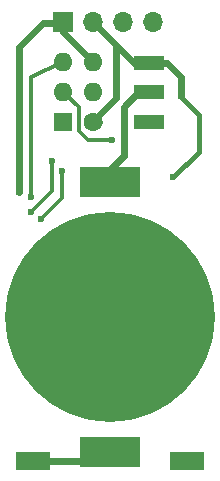
<source format=gbl>
G04 #@! TF.FileFunction,Copper,L2,Bot,Signal*
%FSLAX46Y46*%
G04 Gerber Fmt 4.6, Leading zero omitted, Abs format (unit mm)*
G04 Created by KiCad (PCBNEW 4.0.6) date 05/20/19 12:49:57*
%MOMM*%
%LPD*%
G01*
G04 APERTURE LIST*
%ADD10C,0.100000*%
%ADD11C,17.780000*%
%ADD12R,5.080000X2.540000*%
%ADD13R,3.000000X1.500000*%
%ADD14R,1.600000X1.600000*%
%ADD15C,1.600000*%
%ADD16O,1.600000X1.600000*%
%ADD17R,1.700000X1.700000*%
%ADD18O,1.700000X1.700000*%
%ADD19R,2.500000X1.250000*%
%ADD20C,0.600000*%
%ADD21C,0.609600*%
%ADD22C,0.406400*%
%ADD23C,0.304800*%
G04 APERTURE END LIST*
D10*
D11*
X137180000Y-100600000D03*
D12*
X137180000Y-89170000D03*
X137180000Y-112030000D03*
D13*
X143660000Y-112776000D03*
X130660000Y-112776000D03*
D14*
X133180000Y-84100000D03*
D15*
X135720000Y-84100000D03*
D16*
X133180000Y-81560000D03*
X135720000Y-81560000D03*
X133180000Y-79020000D03*
X135720000Y-79020000D03*
D17*
X133180000Y-75600000D03*
D18*
X135720000Y-75600000D03*
X138260000Y-75600000D03*
X140800000Y-75600000D03*
D19*
X140430000Y-79100000D03*
X140430000Y-81600000D03*
X140430000Y-84100000D03*
D20*
X141097000Y-96901000D03*
X130302000Y-102378000D03*
X129413000Y-90043000D03*
X142494000Y-88789000D03*
X143129000Y-81915000D03*
X143764000Y-112903000D03*
X133096000Y-81661000D03*
X137287000Y-85598000D03*
X135763000Y-81661000D03*
X130429000Y-90424000D03*
X130429000Y-91694000D03*
X132207000Y-87376000D03*
X133096000Y-88265000D03*
X131318000Y-92329000D03*
D21*
X140491000Y-81661000D02*
X140430000Y-81600000D01*
X137180000Y-89170000D02*
X137180000Y-88118000D01*
X137180000Y-88118000D02*
X138303000Y-86995000D01*
X138303000Y-86995000D02*
X138303000Y-82804000D01*
X138303000Y-82804000D02*
X139507000Y-81600000D01*
X139507000Y-81600000D02*
X140430000Y-81600000D01*
X130660000Y-112776000D02*
X136434000Y-112776000D01*
X136434000Y-112776000D02*
X137180000Y-112030000D01*
X137799000Y-112649000D02*
X137180000Y-112030000D01*
X141097000Y-96901000D02*
X137398000Y-100600000D01*
X137398000Y-100600000D02*
X137180000Y-100600000D01*
X130302000Y-102378000D02*
X132080000Y-100600000D01*
X132080000Y-100600000D02*
X137180000Y-100600000D01*
X131445000Y-75692000D02*
X133088000Y-75692000D01*
X129413000Y-77724000D02*
X131445000Y-75692000D01*
X129413000Y-82296000D02*
X129413000Y-77724000D01*
X129413000Y-85598000D02*
X129413000Y-82296000D01*
X129413000Y-90043000D02*
X129413000Y-85598000D01*
X133088000Y-75692000D02*
X133180000Y-75600000D01*
X133180000Y-75600000D02*
X133180000Y-76480000D01*
X133180000Y-76480000D02*
X135720000Y-79020000D01*
D22*
X143129000Y-82010000D02*
X143129000Y-81915000D01*
X144669000Y-83550000D02*
X143129000Y-82010000D01*
X144669000Y-86614000D02*
X144669000Y-83550000D01*
X142494000Y-88789000D02*
X144669000Y-86614000D01*
D21*
X140430000Y-79100000D02*
X141965000Y-79100000D01*
X141965000Y-79100000D02*
X143129000Y-80264000D01*
X143129000Y-80264000D02*
X143129000Y-81915000D01*
X143764000Y-112903000D02*
X143660000Y-112799000D01*
X143660000Y-112799000D02*
X143660000Y-112776000D01*
X135720000Y-84100000D02*
X135720000Y-83990000D01*
X135720000Y-83990000D02*
X137668000Y-82042000D01*
X137668000Y-82042000D02*
X137668000Y-77548000D01*
X140430000Y-79100000D02*
X139220000Y-79100000D01*
X139220000Y-79100000D02*
X137668000Y-77548000D01*
X137668000Y-77548000D02*
X135720000Y-75600000D01*
X135720000Y-84100000D02*
X136245000Y-84100000D01*
D23*
X133096000Y-81661000D02*
X133180000Y-81577000D01*
X133180000Y-81577000D02*
X133180000Y-81560000D01*
X134493000Y-82873000D02*
X133180000Y-81560000D01*
X134493000Y-84836000D02*
X134493000Y-82873000D01*
X135255000Y-85598000D02*
X134493000Y-84836000D01*
X137287000Y-85598000D02*
X135255000Y-85598000D01*
X133197000Y-81560000D02*
X133180000Y-81560000D01*
X135763000Y-81661000D02*
X135720000Y-81618000D01*
X135720000Y-81618000D02*
X135720000Y-81560000D01*
X133180000Y-79020000D02*
X133180000Y-79037000D01*
X133180000Y-79037000D02*
X130429000Y-80264000D01*
X130429000Y-80264000D02*
X130429000Y-90424000D01*
X132816000Y-79020000D02*
X133180000Y-79020000D01*
X133122000Y-79020000D02*
X133180000Y-79020000D01*
X130429000Y-91694000D02*
X132207000Y-89916000D01*
X132207000Y-89916000D02*
X132207000Y-87376000D01*
X133096000Y-90551000D02*
X133096000Y-88265000D01*
X131318000Y-92329000D02*
X133096000Y-90551000D01*
M02*

</source>
